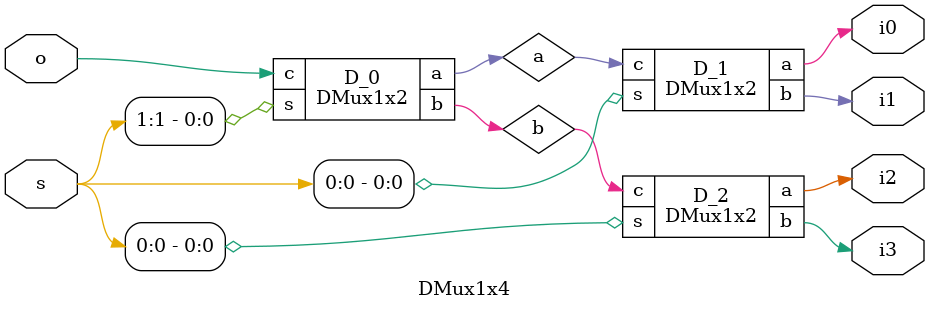
<source format=v>
module NotGate(a,b) ;   

output b ;
input a ;

nand(b,a,a) ;

endmodule 

module AndGate(a,b,c) ;  

output c ;
input a,b ;
wire x ;

nand(x,a,b);
nand(c,x,x) ;

endmodule 

module OrGate(a,b,c) ;  

output c ;
input a,b ;
wire x,y ;

nand(x,a,a) ;
nand(y,b,b) ;
nand(c,x,y) ;

endmodule

module DMux1x2(c,s,a,b) ;  

output a,b ;
input s,c ;
wire s_,x1,y1,x2,y2,z ;

NotGate NG_1(s,s_) ;

AndGate AG_0(c,s_,x1) ;
AndGate AG_0_0(z,s,y1) ;
OrGate OG1(y1,x1,a) ;

AndGate AG_1(c,s,x2) ;
AndGate AG_1_0(z,s_,y2) ;
OrGate OG2(y2,x2,b) ;

endmodule 

module DMux1x4(o,s,i0,i1,i2,i3) ;

output i0,i1,i2,i3 ;
input o ;
input [1:0] s ; 
wire a,b ;

DMux1x2 D_0(o,s[1],a,b) ;
DMux1x2 D_1(a,s[0],i0,i1) ;
DMux1x2 D_2(b,s[0],i2,i3) ;

endmodule

</source>
